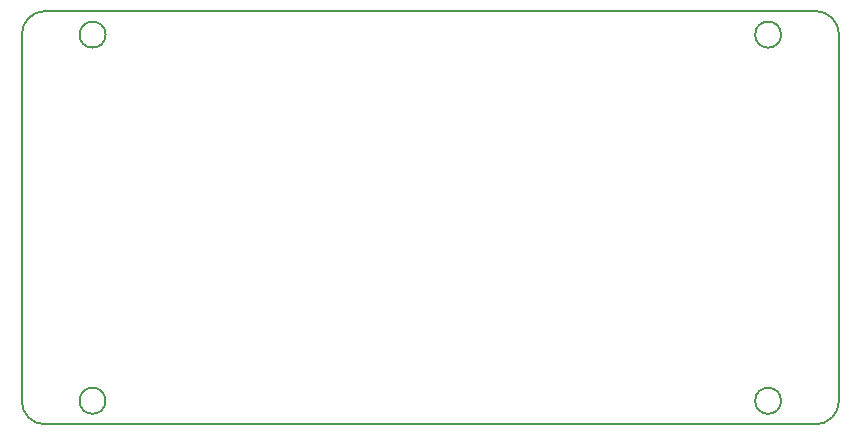
<source format=gbr>
%TF.GenerationSoftware,KiCad,Pcbnew,7.0.11*%
%TF.CreationDate,2025-01-20T01:43:57+09:00*%
%TF.ProjectId,Relay,52656c61-792e-46b6-9963-61645f706362,rev?*%
%TF.SameCoordinates,Original*%
%TF.FileFunction,Profile,NP*%
%FSLAX46Y46*%
G04 Gerber Fmt 4.6, Leading zero omitted, Abs format (unit mm)*
G04 Created by KiCad (PCBNEW 7.0.11) date 2025-01-20 01:43:57*
%MOMM*%
%LPD*%
G01*
G04 APERTURE LIST*
%TA.AperFunction,Profile*%
%ADD10C,0.200000*%
%TD*%
G04 APERTURE END LIST*
D10*
X117767010Y-73377000D02*
X117767010Y-104377000D01*
X186964990Y-104377000D02*
X186964990Y-73377000D01*
X117767000Y-104377000D02*
G75*
G03*
X119767010Y-106377000I2000000J0D01*
G01*
X184964990Y-71377000D02*
X119767010Y-71377000D01*
X124867010Y-104377000D02*
G75*
G03*
X122667010Y-104377000I-1100000J0D01*
G01*
X122667010Y-104377000D02*
G75*
G03*
X124867010Y-104377000I1100000J0D01*
G01*
X184964990Y-106376990D02*
G75*
G03*
X186964990Y-104377000I10J1999990D01*
G01*
X182064990Y-73377000D02*
G75*
G03*
X179864990Y-73377000I-1100000J0D01*
G01*
X179864990Y-73377000D02*
G75*
G03*
X182064990Y-73377000I1100000J0D01*
G01*
X124867010Y-73377000D02*
G75*
G03*
X122667010Y-73377000I-1100000J0D01*
G01*
X122667010Y-73377000D02*
G75*
G03*
X124867010Y-73377000I1100000J0D01*
G01*
X182064990Y-104377000D02*
G75*
G03*
X179864990Y-104377000I-1100000J0D01*
G01*
X179864990Y-104377000D02*
G75*
G03*
X182064990Y-104377000I1100000J0D01*
G01*
X119767010Y-106377000D02*
X184964990Y-106377000D01*
X186965000Y-73377000D02*
G75*
G03*
X184964990Y-71377000I-2000000J0D01*
G01*
X119767010Y-71377010D02*
G75*
G03*
X117767010Y-73377000I-10J-1999990D01*
G01*
M02*

</source>
